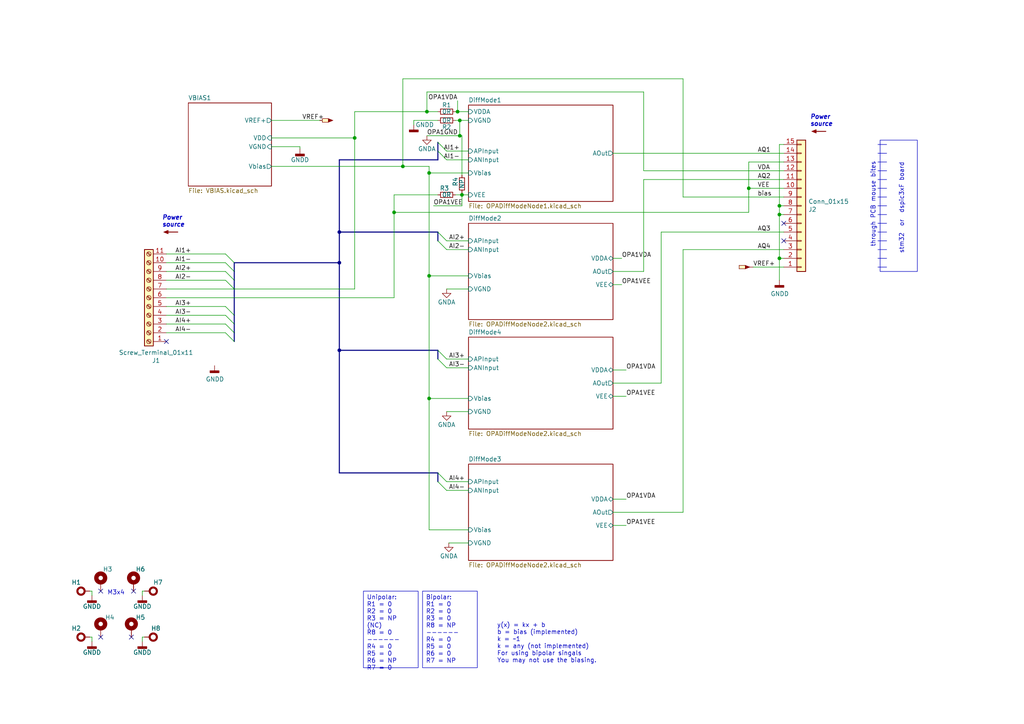
<source format=kicad_sch>
(kicad_sch (version 20230121) (generator eeschema)
  (paper "A4")
  (lib_symbols
    (symbol "Connector:Screw_Terminal_01x11" (pin_names (offset 1.016) hide)
      (property "Reference" "J" (at 0 15.24 0))
      (property "Value" "Screw_Terminal_01x11" (at 0 -15.24 0))
      (symbol "Screw_Terminal_01x11_1_1"
        (rectangle (start -1.27 13.97) (end 1.27 -13.97) (stroke (width 0.254)) (fill (type background)))
        (circle (center 0 -12.7) (radius 0.635) (stroke (width 0.1524)))
        (circle (center 0 -10.16) (radius 0.635) (stroke (width 0.1524)))
        (circle (center 0 -7.62) (radius 0.635) (stroke (width 0.1524)))
        (circle (center 0 -5.08) (radius 0.635) (stroke (width 0.1524)))
        (circle (center 0 -2.54) (radius 0.635) (stroke (width 0.1524)))
        (polyline (pts (xy -0.5334 -12.3698) (xy 0.3302 -13.208)) (stroke (width 0.1524)))
        (polyline (pts (xy -0.5334 -9.8298) (xy 0.3302 -10.668)) (stroke (width 0.1524)))
        (polyline (pts (xy -0.5334 -7.2898) (xy 0.3302 -8.128)) (stroke (width 0.1524)))
        (polyline (pts (xy -0.5334 -4.7498) (xy 0.3302 -5.588)) (stroke (width 0.1524)))
        (polyline (pts (xy -0.5334 -2.2098) (xy 0.3302 -3.048)) (stroke (width 0.1524)))
        (polyline (pts (xy -0.5334 0.3302) (xy 0.3302 -0.508)) (stroke (width 0.1524)))
        (polyline (pts (xy -0.5334 2.8702) (xy 0.3302 2.032)) (stroke (width 0.1524)))
        (polyline (pts (xy -0.5334 5.4102) (xy 0.3302 4.572)) (stroke (width 0.1524)))
        (polyline (pts (xy -0.5334 7.9502) (xy 0.3302 7.112)) (stroke (width 0.1524)))
        (polyline (pts (xy -0.5334 10.4902) (xy 0.3302 9.652)) (stroke (width 0.1524)))
        (polyline (pts (xy -0.5334 13.0302) (xy 0.3302 12.192)) (stroke (width 0.1524)))
        (polyline (pts (xy -0.3556 -12.192) (xy 0.508 -13.0302)) (stroke (width 0.1524)))
        (polyline (pts (xy -0.3556 -9.652) (xy 0.508 -10.4902)) (stroke (width 0.1524)))
        (polyline (pts (xy -0.3556 -7.112) (xy 0.508 -7.9502)) (stroke (width 0.1524)))
        (polyline (pts (xy -0.3556 -4.572) (xy 0.508 -5.4102)) (stroke (width 0.1524)))
        (polyline (pts (xy -0.3556 -2.032) (xy 0.508 -2.8702)) (stroke (width 0.1524)))
        (polyline (pts (xy -0.3556 0.508) (xy 0.508 -0.3302)) (stroke (width 0.1524)))
        (polyline (pts (xy -0.3556 3.048) (xy 0.508 2.2098)) (stroke (width 0.1524)))
        (polyline (pts (xy -0.3556 5.588) (xy 0.508 4.7498)) (stroke (width 0.1524)))
        (polyline (pts (xy -0.3556 8.128) (xy 0.508 7.2898)) (stroke (width 0.1524)))
        (polyline (pts (xy -0.3556 10.668) (xy 0.508 9.8298)) (stroke (width 0.1524)))
        (polyline (pts (xy -0.3556 13.208) (xy 0.508 12.3698)) (stroke (width 0.1524)))
        (circle (center 0 0) (radius 0.635) (stroke (width 0.1524)))
        (circle (center 0 2.54) (radius 0.635) (stroke (width 0.1524)))
        (circle (center 0 5.08) (radius 0.635) (stroke (width 0.1524)))
        (circle (center 0 7.62) (radius 0.635) (stroke (width 0.1524)))
        (circle (center 0 10.16) (radius 0.635) (stroke (width 0.1524)))
        (circle (center 0 12.7) (radius 0.635) (stroke (width 0.1524)))
        (pin passive line (at -5.08 12.7 0) (length 3.81) (name "Pin_1") (number "1"))
        (pin passive line (at -5.08 -10.16 0) (length 3.81) (name "Pin_10") (number "10"))
        (pin passive line (at -5.08 -12.7 0) (length 3.81) (name "Pin_11") (number "11"))
        (pin passive line (at -5.08 10.16 0) (length 3.81) (name "Pin_2") (number "2"))
        (pin passive line (at -5.08 7.62 0) (length 3.81) (name "Pin_3") (number "3"))
        (pin passive line (at -5.08 5.08 0) (length 3.81) (name "Pin_4") (number "4"))
        (pin passive line (at -5.08 2.54 0) (length 3.81) (name "Pin_5") (number "5"))
        (pin passive line (at -5.08 0 0) (length 3.81) (name "Pin_6") (number "6"))
        (pin passive line (at -5.08 -2.54 0) (length 3.81) (name "Pin_7") (number "7"))
        (pin passive line (at -5.08 -5.08 0) (length 3.81) (name "Pin_8") (number "8"))
        (pin passive line (at -5.08 -7.62 0) (length 3.81) (name "Pin_9") (number "9"))
      )
    )
    (symbol "Connector_Generic:Conn_01x15" (pin_names (offset 1.016) hide)
      (property "Reference" "J" (at 0 20.32 0))
      (property "Value" "Conn_01x15" (at 0 -20.32 0))
      (symbol "Conn_01x15_1_1"
        (rectangle (start -1.27 -17.653) (end 0 -17.907) (stroke (width 0.1524)))
        (rectangle (start -1.27 -15.113) (end 0 -15.367) (stroke (width 0.1524)))
        (rectangle (start -1.27 -12.573) (end 0 -12.827) (stroke (width 0.1524)))
        (rectangle (start -1.27 -10.033) (end 0 -10.287) (stroke (width 0.1524)))
        (rectangle (start -1.27 -7.493) (end 0 -7.747) (stroke (width 0.1524)))
        (rectangle (start -1.27 -4.953) (end 0 -5.207) (stroke (width 0.1524)))
        (rectangle (start -1.27 -2.413) (end 0 -2.667) (stroke (width 0.1524)))
        (rectangle (start -1.27 0.127) (end 0 -0.127) (stroke (width 0.1524)))
        (rectangle (start -1.27 2.667) (end 0 2.413) (stroke (width 0.1524)))
        (rectangle (start -1.27 5.207) (end 0 4.953) (stroke (width 0.1524)))
        (rectangle (start -1.27 7.747) (end 0 7.493) (stroke (width 0.1524)))
        (rectangle (start -1.27 10.287) (end 0 10.033) (stroke (width 0.1524)))
        (rectangle (start -1.27 12.827) (end 0 12.573) (stroke (width 0.1524)))
        (rectangle (start -1.27 15.367) (end 0 15.113) (stroke (width 0.1524)))
        (rectangle (start -1.27 17.907) (end 0 17.653) (stroke (width 0.1524)))
        (rectangle (start -1.27 19.05) (end 1.27 -19.05) (stroke (width 0.254)) (fill (type background)))
        (pin passive line (at -5.08 17.78 0) (length 3.81) (name "Pin_1") (number "1"))
        (pin passive line (at -5.08 -5.08 0) (length 3.81) (name "Pin_10") (number "10"))
        (pin passive line (at -5.08 -7.62 0) (length 3.81) (name "Pin_11") (number "11"))
        (pin passive line (at -5.08 -10.16 0) (length 3.81) (name "Pin_12") (number "12"))
        (pin passive line (at -5.08 -12.7 0) (length 3.81) (name "Pin_13") (number "13"))
        (pin passive line (at -5.08 -15.24 0) (length 3.81) (name "Pin_14") (number "14"))
        (pin passive line (at -5.08 -17.78 0) (length 3.81) (name "Pin_15") (number "15"))
        (pin passive line (at -5.08 15.24 0) (length 3.81) (name "Pin_2") (number "2"))
        (pin passive line (at -5.08 12.7 0) (length 3.81) (name "Pin_3") (number "3"))
        (pin passive line (at -5.08 10.16 0) (length 3.81) (name "Pin_4") (number "4"))
        (pin passive line (at -5.08 7.62 0) (length 3.81) (name "Pin_5") (number "5"))
        (pin passive line (at -5.08 5.08 0) (length 3.81) (name "Pin_6") (number "6"))
        (pin passive line (at -5.08 2.54 0) (length 3.81) (name "Pin_7") (number "7"))
        (pin passive line (at -5.08 0 0) (length 3.81) (name "Pin_8") (number "8"))
        (pin passive line (at -5.08 -2.54 0) (length 3.81) (name "Pin_9") (number "9"))
      )
    )
    (symbol "Device:R_Small" (pin_numbers hide) (pin_names (offset 0.254) hide)
      (property "Reference" "R" (at 0.762 0.508 0))
      (property "Value" "R_Small" (at 0.762 -1.016 0))
      (symbol "R_Small_0_1"
        (rectangle (start -0.762 1.778) (end 0.762 -1.778) (stroke (width 0.2032)))
      )
      (symbol "R_Small_1_1"
        (pin passive line (at 0 2.54 270) (length 0.762) (name "~") (number "1"))
        (pin passive line (at 0 -2.54 90) (length 0.762) (name "~") (number "2"))
      )
    )
    (symbol "Graphic:SYM_Arrow_Small" (in_bom no) (on_board no)
      (symbol "SYM_Arrow_Small_0_1"
        (polyline (pts (xy 1.524 0) (xy -2.032 0)) (stroke (width 0.254)))
        (polyline (pts (xy 2.032 0) (xy 0.762 -0.508) (xy 0.762 0.508) (xy 2.032 0)) (fill (type outline)))
      )
    )
    (symbol "Mechanical:MountingHole_Pad" (pin_numbers hide) (pin_names (offset 1.016) hide)
      (property "Reference" "H" (at 0 6.35 0))
      (property "Value" "MountingHole_Pad" (at 0 4.445 0))
      (symbol "MountingHole_Pad_0_1"
        (circle (center 0 1.27) (radius 1.27) (stroke (width 1.27)))
      )
      (symbol "MountingHole_Pad_1_1"
        (pin input line (at 0 -2.54 90) (length 2.54) (name "1") (number "1"))
      )
    )
    (symbol "MountingHole_Pad_small_1" (pin_numbers hide) (pin_names (offset 1.016) hide)
      (property "Reference" "H" (at 0 6.35 0))
      (property "Value" "MountingHole_Pad_small" (at 0 4.445 0))
      (symbol "MountingHole_Pad_small_1_1_1"
        (circle (center 0 1.27) (radius 1.0473) (stroke (width 0.6)))
        (pin input line (at 0 -1.27 90) (length 1.27) (name "1") (number "1"))
      )
    )
    (symbol "Sallen-Keys_filter-rescue:SYMFwdOutput_Arrow_Small-osmLIB" (pin_names (offset 1.016))
      (symbol "SYMFwdOutput_Arrow_Small-osmLIB_0_1"
        (polyline (pts (xy 0.762 0) (xy 0 0)))
        (polyline (pts (xy 3.81 0) (xy 2.54 -0.508) (xy 2.54 0.508) (xy 3.81 0)) (fill (type outline)))
      )
      (symbol "SYMFwdOutput_Arrow_Small-osmLIB_1_1"
        (rectangle (start 2.54 -0.508) (end 0.762 0.508) (fill (type background)))
        (pin unspecified line (at 0 0 0) (length 0.762) (name "~") (number "~"))
      )
    )
    (symbol "osmLIB:SYMback_Arrow_Small" (pin_names (offset 1.016))
      (symbol "SYMback_Arrow_Small_0_1"
        (rectangle (start -2.286 -0.508) (end -4.064 0.508) (fill (type background)))
        (polyline (pts (xy 0 0) (xy -2.032 0)))
        (polyline (pts (xy -1.016 0) (xy -2.286 -0.508) (xy -2.286 0.508) (xy -1.016 0)) (fill (type outline)))
      )
    )
    (symbol "power:GNDA" (power) (pin_names (offset 0))
      (property "Value" "GNDA" (at 0 -3.81 0))
      (symbol "GNDA_0_1"
        (polyline (pts (xy 0 0) (xy 0 -1.27) (xy 1.27 -1.27) (xy 0 -2.54) (xy -1.27 -1.27) (xy 0 -1.27)))
      )
      (symbol "GNDA_1_1"
        (pin power_in line (at 0 0 270) (length 0) hide (name "GNDA") (number "1"))
      )
    )
    (symbol "power:GNDD" (power) (pin_names (offset 0))
      (property "Value" "GNDD" (at 0 -3.175 0))
      (symbol "GNDD_0_1"
        (rectangle (start -1.27 -1.524) (end 1.27 -2.032) (stroke (width 0.254)) (fill (type outline)))
        (polyline (pts (xy 0 0) (xy 0 -1.524)))
      )
      (symbol "GNDD_1_1"
        (pin power_in line (at 0 0 270) (length 0) hide (name "GNDD") (number "1"))
      )
    )
  )
  (junction (at 116.84 48.26))
  (junction (at 226.06 62.23))
  (junction (at 123.825 32.385))
  (junction (at 133.35 39.37))
  (junction (at 98.425 67.31))
  (junction (at 226.06 59.69))
  (junction (at 133.985 56.515))
  (junction (at 114.3 61.595))
  (junction (at 102.87 40.005))
  (junction (at 217.17 54.61))
  (junction (at 132.715 32.385))
  (junction (at 226.06 74.93))
  (junction (at 124.46 80.01))
  (junction (at 98.425 76.2))
  (junction (at 133.35 34.925))
  (junction (at 124.46 50.165))
  (junction (at 124.46 115.57))
  (junction (at 98.425 101.6))
  (no_connect (at 29.21 184.785))
  (no_connect (at 38.735 171.45))
  (no_connect (at 29.21 171.45))
  (no_connect (at 227.33 64.77))
  (no_connect (at 48.26 99.06))
  (no_connect (at 227.33 69.85))
  (no_connect (at 38.1 184.785))
  (bus_entry (at 127 67.31) (size 2.54 2.54))
  (bus_entry (at 65.405 81.28) (size 2.54 2.54))
  (bus_entry (at 127 69.85) (size 2.54 2.54))
  (bus_entry (at 127 137.16) (size 2.54 2.54))
  (bus_entry (at 127 104.14) (size 2.54 2.54))
  (bus_entry (at 127 43.815) (size 2.54 2.54))
  (bus_entry (at 127 41.275) (size 2.54 2.54))
  (bus_entry (at 65.405 78.74) (size 2.54 2.54))
  (bus_entry (at 127 101.6) (size 2.54 2.54))
  (bus_entry (at 65.405 91.44) (size 2.54 2.54))
  (bus_entry (at 65.405 76.2) (size 2.54 2.54))
  (bus_entry (at 65.405 96.52) (size 2.54 2.54))
  (bus_entry (at 65.405 73.66) (size 2.54 2.54))
  (bus_entry (at 127 139.7) (size 2.54 2.54))
  (bus_entry (at 65.405 93.98) (size 2.54 2.54))
  (bus_entry (at 65.405 88.9) (size 2.54 2.54))
  (wire (pts (xy 48.26 73.66) (xy 65.405 73.66)))
  (bus (pts (xy 67.945 91.44) (xy 67.945 93.98)))
  (wire (pts (xy 48.26 96.52) (xy 65.405 96.52)))
  (wire (pts (xy 78.74 34.925) (xy 92.71 34.925)))
  (wire (pts (xy 78.74 48.26) (xy 116.84 48.26)))
  (wire (pts (xy 133.985 39.37) (xy 133.35 39.37)))
  (wire (pts (xy 114.3 61.595) (xy 114.3 86.36)))
  (wire (pts (xy 48.26 93.98) (xy 65.405 93.98)))
  (wire (pts (xy 48.26 81.28) (xy 65.405 81.28)))
  (wire (pts (xy 177.8 111.125) (xy 191.77 111.125)))
  (wire (pts (xy 226.06 74.93) (xy 226.06 62.23)))
  (wire (pts (xy 78.74 40.005) (xy 102.87 40.005)))
  (wire (pts (xy 186.69 52.07) (xy 227.33 52.07)))
  (bus (pts (xy 67.945 96.52) (xy 67.945 99.06)))
  (wire (pts (xy 177.8 82.55) (xy 180.34 82.55)))
  (wire (pts (xy 226.06 81.28) (xy 226.06 74.93)))
  (wire (pts (xy 41.275 171.45) (xy 41.275 172.72)))
  (wire (pts (xy 41.91 171.45) (xy 41.275 171.45)))
  (wire (pts (xy 123.825 32.385) (xy 123.825 26.67)))
  (wire (pts (xy 116.84 22.86) (xy 198.12 22.86)))
  (wire (pts (xy 129.54 106.68) (xy 135.89 106.68)))
  (wire (pts (xy 102.87 32.385) (xy 102.87 40.005)))
  (bus (pts (xy 98.425 101.6) (xy 127 101.6)))
  (wire (pts (xy 48.26 88.9) (xy 65.405 88.9)))
  (wire (pts (xy 226.06 41.91) (xy 227.33 41.91)))
  (wire (pts (xy 124.46 50.165) (xy 124.46 80.01)))
  (wire (pts (xy 133.35 34.925) (xy 133.35 39.37)))
  (wire (pts (xy 132.08 32.385) (xy 132.715 32.385)))
  (wire (pts (xy 133.985 56.515) (xy 133.985 59.69)))
  (wire (pts (xy 26.67 171.45) (xy 26.67 172.72)))
  (wire (pts (xy 227.33 74.93) (xy 226.06 74.93)))
  (wire (pts (xy 125.73 59.69) (xy 133.985 59.69)))
  (bus (pts (xy 98.425 67.31) (xy 98.425 76.2)))
  (bus (pts (xy 67.945 93.98) (xy 67.945 96.52)))
  (wire (pts (xy 186.69 78.74) (xy 186.69 52.07)))
  (wire (pts (xy 114.3 56.515) (xy 127 56.515)))
  (wire (pts (xy 124.46 153.67) (xy 135.89 153.67)))
  (bus (pts (xy 98.425 76.2) (xy 98.425 101.6)))
  (wire (pts (xy 133.35 34.925) (xy 135.89 34.925)))
  (wire (pts (xy 130.175 157.48) (xy 135.89 157.48)))
  (bus (pts (xy 127 43.815) (xy 127 46.355)))
  (wire (pts (xy 86.995 42.545) (xy 86.995 43.18)))
  (wire (pts (xy 226.06 59.69) (xy 226.06 41.91)))
  (wire (pts (xy 177.8 78.74) (xy 186.69 78.74)))
  (wire (pts (xy 78.74 42.545) (xy 86.995 42.545)))
  (wire (pts (xy 133.985 56.515) (xy 135.89 56.515)))
  (wire (pts (xy 177.8 114.935) (xy 181.61 114.935)))
  (wire (pts (xy 123.825 26.67) (xy 186.69 26.67)))
  (wire (pts (xy 133.985 50.8) (xy 133.985 39.37)))
  (wire (pts (xy 186.69 26.67) (xy 186.69 49.53)))
  (wire (pts (xy 67.945 83.82) (xy 102.87 83.82)))
  (wire (pts (xy 124.46 80.01) (xy 135.89 80.01)))
  (wire (pts (xy 135.89 50.165) (xy 124.46 50.165)))
  (wire (pts (xy 124.46 115.57) (xy 124.46 153.67)))
  (wire (pts (xy 123.825 39.37) (xy 133.35 39.37)))
  (bus (pts (xy 127 46.355) (xy 98.425 46.355)))
  (wire (pts (xy 129.54 72.39) (xy 135.89 72.39)))
  (wire (pts (xy 124.46 50.165) (xy 124.46 48.26)))
  (wire (pts (xy 217.17 54.61) (xy 217.17 46.99)))
  (wire (pts (xy 41.91 184.785) (xy 41.275 184.785)))
  (wire (pts (xy 129.54 119.38) (xy 135.89 119.38)))
  (wire (pts (xy 177.8 107.315) (xy 181.61 107.315)))
  (wire (pts (xy 114.3 56.515) (xy 114.3 61.595)))
  (wire (pts (xy 177.8 144.78) (xy 181.61 144.78)))
  (wire (pts (xy 132.715 29.21) (xy 132.715 32.385)))
  (bus (pts (xy 98.425 101.6) (xy 98.425 137.16)))
  (wire (pts (xy 116.84 48.26) (xy 124.46 48.26)))
  (wire (pts (xy 116.84 22.86) (xy 116.84 48.26)))
  (wire (pts (xy 129.54 46.355) (xy 135.89 46.355)))
  (wire (pts (xy 26.035 171.45) (xy 26.67 171.45)))
  (wire (pts (xy 48.26 91.44) (xy 65.405 91.44)))
  (bus (pts (xy 67.945 76.2) (xy 67.945 78.74)))
  (wire (pts (xy 48.26 83.82) (xy 67.945 83.82)))
  (bus (pts (xy 98.425 76.2) (xy 67.945 76.2)))
  (wire (pts (xy 129.54 139.7) (xy 135.89 139.7)))
  (wire (pts (xy 191.77 67.31) (xy 227.33 67.31)))
  (wire (pts (xy 26.035 184.785) (xy 26.67 184.785)))
  (wire (pts (xy 114.3 61.595) (xy 217.17 61.595)))
  (wire (pts (xy 133.985 55.88) (xy 133.985 56.515)))
  (wire (pts (xy 177.8 74.93) (xy 180.34 74.93)))
  (wire (pts (xy 132.08 34.925) (xy 133.35 34.925)))
  (wire (pts (xy 129.54 104.14) (xy 135.89 104.14)))
  (wire (pts (xy 135.89 115.57) (xy 124.46 115.57)))
  (wire (pts (xy 177.8 44.45) (xy 227.33 44.45)))
  (wire (pts (xy 129.54 83.82) (xy 135.89 83.82)))
  (bus (pts (xy 127 41.275) (xy 127 43.815)))
  (wire (pts (xy 177.8 148.59) (xy 198.12 148.59)))
  (bus (pts (xy 98.425 67.31) (xy 127 67.31)))
  (bus (pts (xy 98.425 46.355) (xy 98.425 67.31)))
  (wire (pts (xy 227.33 62.23) (xy 226.06 62.23)))
  (wire (pts (xy 26.67 184.785) (xy 26.67 186.055)))
  (wire (pts (xy 198.12 148.59) (xy 198.12 72.39)))
  (wire (pts (xy 48.26 76.2) (xy 65.405 76.2)))
  (wire (pts (xy 102.87 40.005) (xy 102.87 83.82)))
  (wire (pts (xy 191.77 67.31) (xy 191.77 111.125)))
  (wire (pts (xy 129.54 69.85) (xy 135.89 69.85)))
  (wire (pts (xy 129.54 43.815) (xy 135.89 43.815)))
  (wire (pts (xy 198.12 72.39) (xy 227.33 72.39)))
  (wire (pts (xy 48.26 78.74) (xy 65.405 78.74)))
  (wire (pts (xy 198.12 22.86) (xy 198.12 57.15)))
  (wire (pts (xy 120.015 34.925) (xy 127 34.925)))
  (wire (pts (xy 102.87 32.385) (xy 123.825 32.385)))
  (wire (pts (xy 41.275 184.785) (xy 41.275 186.055)))
  (wire (pts (xy 177.8 152.4) (xy 181.61 152.4)))
  (wire (pts (xy 217.17 61.595) (xy 217.17 54.61)))
  (wire (pts (xy 124.46 80.01) (xy 124.46 115.57)))
  (wire (pts (xy 129.54 142.24) (xy 135.89 142.24)))
  (wire (pts (xy 217.17 46.99) (xy 227.33 46.99)))
  (wire (pts (xy 123.825 32.385) (xy 127 32.385)))
  (wire (pts (xy 227.33 54.61) (xy 217.17 54.61)))
  (bus (pts (xy 127 101.6) (xy 127 104.14)))
  (wire (pts (xy 227.33 59.69) (xy 226.06 59.69)))
  (bus (pts (xy 127 67.31) (xy 127 69.85)))
  (bus (pts (xy 67.945 81.28) (xy 67.945 83.82)))
  (wire (pts (xy 186.69 49.53) (xy 227.33 49.53)))
  (wire (pts (xy 218.44 77.47) (xy 227.33 77.47)))
  (bus (pts (xy 98.425 137.16) (xy 127 137.16)))
  (bus (pts (xy 127 137.16) (xy 127 139.7)))
  (wire (pts (xy 198.12 57.15) (xy 227.33 57.15)))
  (wire (pts (xy 132.08 56.515) (xy 133.985 56.515)))
  (wire (pts (xy 132.715 32.385) (xy 135.89 32.385)))
  (wire (pts (xy 226.06 62.23) (xy 226.06 59.69)))
  (bus (pts (xy 67.945 78.74) (xy 67.945 81.28)))
  (wire (pts (xy 48.26 86.36) (xy 114.3 86.36)))
  (bus (pts (xy 67.945 83.82) (xy 67.945 91.44)))
  (wire (pts (xy 120.015 34.925) (xy 120.015 36.195)))
  (rectangle (start 254.635 59.69) (end 257.175 59.69))
  (rectangle (start 254.635 52.07) (end 257.175 52.07))
  (rectangle (start 254.635 62.23) (end 257.175 62.23))
  (rectangle (start 254.635 44.45) (end 257.175 44.45))
  (rectangle (start 254.635 64.77) (end 257.175 64.77))
  (rectangle (start 254.635 41.91) (end 257.175 41.91))
  (rectangle (start 254.635 72.39) (end 257.175 72.39))
  (rectangle (start 254.635 46.99) (end 257.175 46.99))
  (rectangle (start 254.635 74.93) (end 257.175 74.93))
  (rectangle (start 254.635 67.31) (end 257.175 67.31))
  (rectangle (start 254.635 77.47) (end 257.175 77.47))
  (rectangle (start 254.635 69.85) (end 257.175 69.85))
  (rectangle (start 255.27 40.64) (end 266.065 78.74))
  (rectangle (start 254.635 49.53) (end 257.175 49.53))
  (rectangle (start 254.635 57.15) (end 257.175 57.15))
  (rectangle (start 254.635 54.61) (end 257.175 54.61))
  (text_box "Bipolar:\nR1 = 0\nR2 = 0\nR3 = 0\nR8 = NP\n------\nR4 = 0\nR5 = 0\nR6 = 0\nR7 = NP" (at 122.555 171.45 0) (size 15.875 22.225) (effects (font (size 1.27 1.27)) (justify left top)))
  (text_box "Unipolar:\nR1 = 0\nR2 = 0\nR3 = NP (NC)\nR8 = 0\n------\nR4 = 0\nR5 = 0\nR6 = NP\nR7 = 0" (at 105.41 171.45 0) (size 15.875 22.225) (effects (font (size 1.27 1.27)) (justify left top)))
  (text "Power\nsource" (at 46.99 66.04 0) (effects (font (size 1.27 1.27) (thickness 0.254) bold italic) (justify left bottom)))
  (text "у(x) = kx + b\nb = bias (implemented)\nk = ~1\nk = any (not implemented)\nFor using bipolar singals\nYou may not use the biasing." (at 144.145 192.405 0) (effects (font (size 1.27 1.27)) (justify left bottom)))
  (text "Power\nsource" (at 234.95 36.83 0) (effects (font (size 1.27 1.27) (thickness 0.254) bold italic) (justify left bottom)))
  (text "through PCB mouse bites" (at 254 71.755 90) (effects (font (size 1.27 1.27)) (justify left bottom)))
  (text "stm32  or  dspic3xF board" (at 262.255 73.66 90) (effects (font (size 1.27 1.27)) (justify left bottom)))
  (text "M3x4" (at 31.115 172.72 0) (effects (font (size 1.27 1.27)) (justify left bottom)))
  (label "AI2-" (at 50.8 81.28 0))
  (label "OPA1VDA" (at 180.34 74.93 0))
  (label "OPA1VEE" (at 181.61 152.4 0))
  (label "AQ2" (at 219.71 52.07 0))
  (label "AI4+" (at 130.175 139.7 0))
  (label "AI3-" (at 130.175 106.68 0))
  (label "AQ4" (at 219.71 72.39 0))
  (label "OPA1VDA" (at 181.61 107.315 0))
  (label "OPA1GND" (at 123.825 39.37 0))
  (label "AI2+" (at 50.8 78.74 0))
  (label "OPA1VDA" (at 132.715 29.21 180))
  (label "VREF+" (at 218.44 77.47 0))
  (label "AI2+" (at 130.175 69.85 0))
  (label "bias" (at 219.71 57.15 0))
  (label "AI1+" (at 133.35 43.815 180))
  (label "VEE" (at 219.71 54.61 0))
  (label "AI3-" (at 50.8 91.44 0))
  (label "VDA" (at 219.71 49.53 0))
  (label "OPA1VEE" (at 125.73 59.69 0))
  (label "AI4-" (at 50.8 96.52 0))
  (label "AI1+" (at 50.8 73.66 0))
  (label "AI2-" (at 130.175 72.39 0))
  (label "AI1-" (at 50.8 76.2 0))
  (label "AI3+" (at 50.8 88.9 0))
  (label "OPA1VEE" (at 181.61 114.935 0))
  (label "AI4-" (at 130.175 142.24 0))
  (label "VREF+" (at 87.63 34.925 0))
  (label "AQ3" (at 219.71 67.31 0))
  (label "AQ1" (at 219.71 44.45 0))
  (label "AI4+" (at 50.8 93.98 0))
  (label "AI3+" (at 130.175 104.14 0))
  (label "OPA1VDA" (at 181.61 144.78 0))
  (label "OPA1VEE" (at 180.34 82.55 0))
  (label "AI1-" (at 133.35 46.355 180))
  (symbol (lib_id "Connector:Screw_Terminal_01x11") (at 43.18 86.36 180) (unit 1)
    (property "Reference" "J1" (at 45.2628 104.5718 0))
    (property "Value" "Screw_Terminal_01x11" (at 45.2628 102.2604 0))
    (property "Footprint" "TerminalBlock_Phoenix:TerminalBlock_Phoenix_PT-1,5-11-3.5-H_1x11_P3.50mm_Horizontal" (effects hide))
  )
  (symbol (lib_id "Connector_Generic:Conn_01x15") (at 232.41 59.69 0) (mirror x) (unit 1)
    (property "Reference" "J2" (at 234.442 60.7568 0) (effects (justify left)))
    (property "Value" "Conn_01x15" (at 234.442 58.4454 0) (effects (justify left)))
    (property "Footprint" "Connector_PinSocket_2.54mm:PinSocket_1x15_P2.54mm_Vertical" (effects hide))
  )
  (symbol (lib_id "power:GNDD") (at 62.23 106.045 0) (unit 1)
    (property "Reference" "#PWR05" (effects hide))
    (property "Value" "GNDD" (at 62.3316 109.982 0))
  )
  (symbol (lib_id "power:GNDD") (at 226.06 81.28 0) (unit 1)
    (property "Reference" "#PWR08" (effects hide))
    (property "Value" "GNDD" (at 226.1616 85.217 0))
  )
  (symbol (lib_id "Graphic:SYM_Arrow_Small") (at 237.49 38.1 180) (unit 1)
    (property "Reference" "#SYM4" (effects hide))
    (property "Value" "SYM_Arrow_Small" (effects hide))
  )
  (symbol (lib_id "osmLIB:SYMback_Arrow_Small") (at 218.44 77.47 0) (unit 1)
    (property "Reference" "#SYM3" (effects hide))
    (property "Value" "SYMback_Arrow_Small" (effects hide))
  )
  (symbol (lib_id "Sallen-Keys_filter-rescue:SYMFwdOutput_Arrow_Small-osmLIB") (at 92.71 34.925 0) (unit 1)
    (property "Reference" "#SYM2" (effects hide))
    (property "Value" "SYMFwdOutput_Arrow_Small" (effects hide))
  )
  (symbol (lib_id "Graphic:SYM_Arrow_Small") (at 49.53 67.31 180) (unit 1)
    (property "Reference" "#SYM1" (effects hide))
    (property "Value" "SYM_Arrow_Small" (effects hide))
  )
  (symbol (lib_id "Mechanical:MountingHole_Pad") (at 29.21 182.245 0) (unit 1)
    (property "Reference" "H4" (at 30.48 179.07 0) (effects (justify left)))
    (property "Value" "MountingHole_Pad" (effects hide))
    (property "Footprint" "MountingHole:MountingHole_3.2mm_M3_DIN965_Pad" (effects hide))
  )
  (symbol (lib_id "power:GNDD") (at 26.67 172.72 0) (unit 1)
    (property "Reference" "#PWR01" (effects hide))
    (property "Value" "GNDD" (at 26.67 175.895 0))
  )
  (symbol (lib_name "MountingHole_Pad_small_1") (lib_id "osmLIB:MountingHole_Pad_small") (at 24.765 171.45 90) (unit 1) (in_bom no)
    (property "Reference" "H1" (at 23.495 168.91 90) (effects (justify left)))
    (property "Value" "MountingHole_Pad_small" (effects hide))
    (property "Footprint" "MyLIBS:Hole_pad_1mm" (effects hide))
    (property "Sim.Enable" "0" (effects hide))
  )
  (symbol (lib_id "power:GNDD") (at 26.67 186.055 0) (unit 1)
    (property "Reference" "#PWR02" (effects hide))
    (property "Value" "GNDD" (at 26.67 189.23 0))
  )
  (symbol (lib_id "power:GNDA") (at 129.54 83.82 0) (unit 1)
    (property "Reference" "#PWR016" (effects hide))
    (property "Value" "GNDA" (at 129.54 87.63 0))
  )
  (symbol (lib_id "power:GNDA") (at 130.175 157.48 0) (unit 1)
    (property "Reference" "#PWR018" (effects hide))
    (property "Value" "GNDA" (at 130.175 161.29 0))
  )
  (symbol (lib_id "power:GNDD") (at 120.015 36.195 0) (unit 1)
    (property "Reference" "#PWR07" (effects hide))
    (property "Value" "GNDD" (at 123.19 36.195 0))
  )
  (symbol (lib_id "Device:R_Small") (at 133.985 53.34 0) (unit 1)
    (property "Reference" "R4" (at 132.08 52.705 90))
    (property "Value" "NP" (at 133.985 53.34 90))
    (property "Footprint" "Resistor_SMD:R_0805_2012Metric" (effects hide))
  )
  (symbol (lib_name "MountingHole_Pad_small_1") (lib_id "osmLIB:MountingHole_Pad_small") (at 24.765 184.785 90) (unit 1) (in_bom no)
    (property "Reference" "H2" (at 23.495 182.245 90) (effects (justify left)))
    (property "Value" "MountingHole_Pad_small" (effects hide))
    (property "Footprint" "MyLIBS:Hole_pad_1mm" (effects hide))
    (property "Sim.Enable" "0" (effects hide))
  )
  (symbol (lib_id "Device:R_Small") (at 129.54 32.385 90) (unit 1)
    (property "Reference" "R1" (at 129.54 30.48 90))
    (property "Value" "0R" (at 129.54 32.385 90))
    (property "Footprint" "Resistor_SMD:R_0805_2012Metric" (effects hide))
  )
  (symbol (lib_id "power:GNDD") (at 41.275 186.055 0) (mirror y) (unit 1)
    (property "Reference" "#PWR04" (effects hide))
    (property "Value" "GNDD" (at 41.275 189.23 0))
  )
  (symbol (lib_id "Mechanical:MountingHole_Pad") (at 38.735 168.91 0) (unit 1)
    (property "Reference" "H6" (at 39.37 165.1 0) (effects (justify left)))
    (property "Value" "MountingHole_Pad" (effects hide))
    (property "Footprint" "MountingHole:MountingHole_3.2mm_M3_DIN965_Pad" (effects hide))
  )
  (symbol (lib_id "Device:R_Small") (at 129.54 34.925 90) (unit 1)
    (property "Reference" "R2" (at 129.54 36.83 90))
    (property "Value" "0R" (at 129.54 34.925 90))
    (property "Footprint" "Resistor_SMD:R_0805_2012Metric" (effects hide))
  )
  (symbol (lib_id "Device:R_Small") (at 129.54 56.515 90) (unit 1)
    (property "Reference" "R3" (at 128.905 54.61 90))
    (property "Value" "0R" (at 129.54 56.515 90))
    (property "Footprint" "Resistor_SMD:R_0805_2012Metric" (effects hide))
  )
  (symbol (lib_id "Mechanical:MountingHole_Pad") (at 38.1 182.245 0) (unit 1)
    (property "Reference" "H5" (at 39.37 179.07 0) (effects (justify left)))
    (property "Value" "MountingHole_Pad" (effects hide))
    (property "Footprint" "MountingHole:MountingHole_3.2mm_M3_DIN965_Pad" (effects hide))
  )
  (symbol (lib_id "power:GNDA") (at 123.825 39.37 0) (unit 1)
    (property "Reference" "#PWR015" (effects hide))
    (property "Value" "GNDA" (at 123.825 43.18 0))
  )
  (symbol (lib_name "MountingHole_Pad_small_1") (lib_id "osmLIB:MountingHole_Pad_small") (at 43.18 184.785 270) (mirror x) (unit 1) (in_bom no)
    (property "Reference" "H8" (at 43.815 182.245 90) (effects (justify left)))
    (property "Value" "MountingHole_Pad_small" (effects hide))
    (property "Footprint" "MyLIBS:Hole_pad_1mm" (effects hide))
    (property "Sim.Enable" "0" (effects hide))
  )
  (symbol (lib_name "MountingHole_Pad_small_1") (lib_id "osmLIB:MountingHole_Pad_small") (at 43.18 171.45 270) (mirror x) (unit 1) (in_bom no)
    (property "Reference" "H7" (at 44.45 168.91 90) (effects (justify left)))
    (property "Value" "MountingHole_Pad_small" (effects hide))
    (property "Footprint" "MyLIBS:Hole_pad_1mm" (effects hide))
    (property "Sim.Enable" "0" (effects hide))
  )
  (symbol (lib_id "power:GNDD") (at 86.995 43.18 0) (unit 1)
    (property "Reference" "#PWR06" (effects hide))
    (property "Value" "GNDD" (at 86.995 46.355 0))
  )
  (symbol (lib_id "power:GNDA") (at 129.54 119.38 0) (unit 1)
    (property "Reference" "#PWR017" (effects hide))
    (property "Value" "GNDA" (at 129.54 123.19 0))
  )
  (symbol (lib_id "power:GNDD") (at 41.275 172.72 0) (mirror y) (unit 1)
    (property "Reference" "#PWR03" (effects hide))
    (property "Value" "GNDD" (at 41.275 175.895 0))
  )
  (symbol (lib_id "Mechanical:MountingHole_Pad") (at 29.21 168.91 0) (unit 1)
    (property "Reference" "H3" (at 29.845 165.1 0) (effects (justify left)))
    (property "Value" "MountingHole_Pad" (effects hide))
    (property "Footprint" "MountingHole:MountingHole_3.2mm_M3_DIN965_Pad" (effects hide))
  )
  (sheet (at 135.89 30.48) (size 41.91 27.94)
    (property "Sheetname" "DiffMode1" (at 135.89 29.7684 0) (effects (justify left bottom)))
    (property "Sheetfile" "OPADiffModeNode1.kicad_sch" (at 135.89 59.0046 0) (effects (justify left top)))
    (pin "Vbias" input (at 135.89 50.165 180))
    (pin "VDDA" input (at 135.89 32.385 180))
    (pin "VEE" input (at 135.89 56.515 180))
    (pin "AOut" output (at 177.8 44.45 0))
    (pin "VGND" input (at 135.89 34.925 180))
    (pin "ANInput" input (at 135.89 46.355 180))
    (pin "APInput" input (at 135.89 43.815 180))
  )
  (sheet (at 54.61 29.845) (size 24.13 24.13)
    (property "Sheetname" "VBIAS1" (at 54.61 29.1334 0) (effects (justify left bottom)))
    (property "Sheetfile" "VBIAS.kicad_sch" (at 54.61 54.5596 0) (effects (justify left top)))
    (pin "VREF+" output (at 78.74 34.925 0))
    (pin "Vbias" output (at 78.74 48.26 0))
    (pin "VDD" input (at 78.74 40.005 0))
    (pin "VGND" input (at 78.74 42.545 0))
  )
  (sheet (at 135.89 64.77) (size 41.91 27.94)
    (property "Sheetname" "DiffMode2" (at 135.89 64.0584 0) (effects (justify left bottom)))
    (property "Sheetfile" "OPADiffModeNode2.kicad_sch" (at 135.89 93.2946 0) (effects (justify left top)))
    (pin "Vbias" input (at 135.89 80.01 180))
    (pin "AOut" output (at 177.8 78.74 0))
    (pin "VEE" bidirectional (at 177.8 82.55 0))
    (pin "VDDA" bidirectional (at 177.8 74.93 0))
    (pin "VGND" input (at 135.89 83.82 180))
    (pin "ANInput" input (at 135.89 72.39 180))
    (pin "APInput" input (at 135.89 69.85 180))
  )
  (sheet (at 135.89 134.62) (size 41.91 27.94)
    (property "Sheetname" "DiffMode3" (at 135.89 133.9084 0) (effects (justify left bottom)))
    (property "Sheetfile" "OPADiffModeNode2.kicad_sch" (at 135.89 163.1446 0) (effects (justify left top)))
    (pin "Vbias" input (at 135.89 153.67 180))
    (pin "AOut" output (at 177.8 148.59 0))
    (pin "VGND" input (at 135.89 157.48 180))
    (pin "ANInput" input (at 135.89 142.24 180))
    (pin "APInput" input (at 135.89 139.7 180))
    (pin "VDDA" bidirectional (at 177.8 144.78 0))
    (pin "VEE" bidirectional (at 177.8 152.4 0))
  )
  (sheet (at 135.89 97.79) (size 41.91 26.67)
    (property "Sheetname" "DiffMode4" (at 135.89 97.0784 0) (effects (justify left bottom)))
    (property "Sheetfile" "OPADiffModeNode2.kicad_sch" (at 135.89 125.0446 0) (effects (justify left top)))
    (pin "Vbias" input (at 135.89 115.57 180))
    (pin "AOut" output (at 177.8 111.125 0))
    (pin "VEE" bidirectional (at 177.8 114.935 0))
    (pin "VDDA" bidirectional (at 177.8 107.315 0))
    (pin "VGND" input (at 135.89 119.38 180))
    (pin "ANInput" input (at 135.89 106.68 180))
    (pin "APInput" input (at 135.89 104.14 180))
  )
)
</source>
